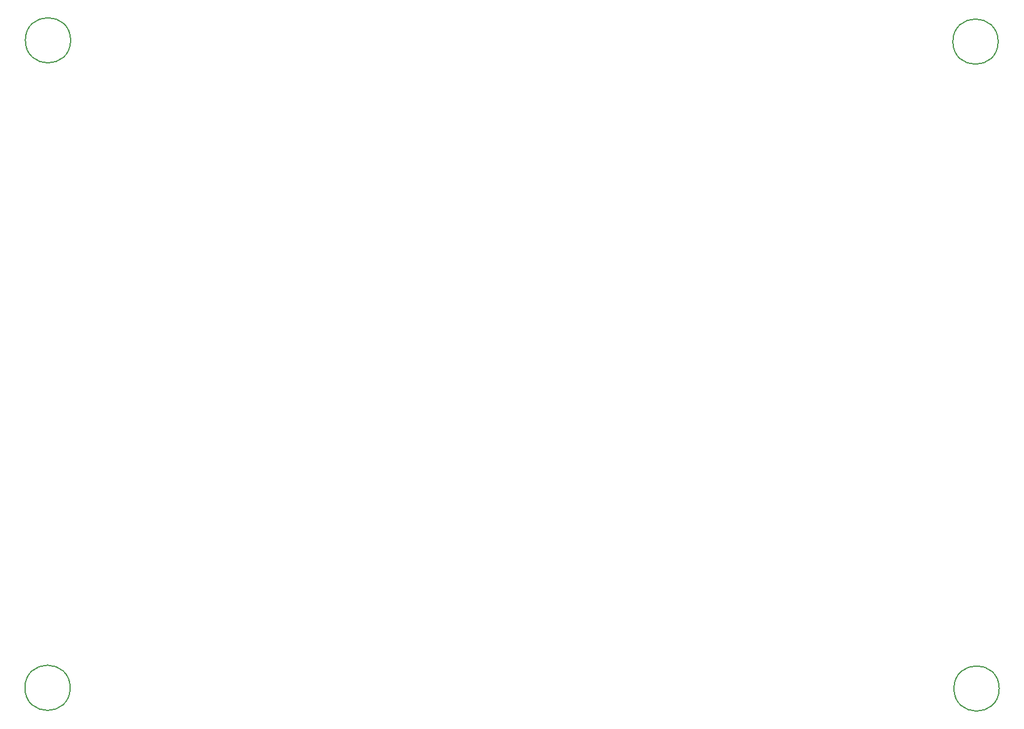
<source format=gbr>
G04 #@! TF.FileFunction,Other,Comment*
%FSLAX46Y46*%
G04 Gerber Fmt 4.6, Leading zero omitted, Abs format (unit mm)*
G04 Created by KiCad (PCBNEW 4.0.1-stable) date 2018/04/26 15:04:28*
%MOMM*%
G01*
G04 APERTURE LIST*
%ADD10C,0.150000*%
G04 APERTURE END LIST*
D10*
X139010000Y-68630000D02*
G75*
G03X139010000Y-68630000I-3200000J0D01*
G01*
X138950000Y-160300000D02*
G75*
G03X138950000Y-160300000I-3200000J0D01*
G01*
X270150000Y-68820000D02*
G75*
G03X270150000Y-68820000I-3200000J0D01*
G01*
X270300000Y-160400000D02*
G75*
G03X270300000Y-160400000I-3200000J0D01*
G01*
M02*

</source>
